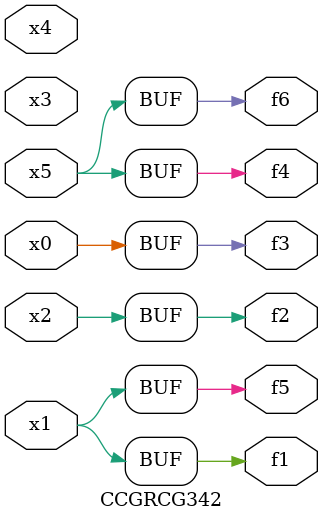
<source format=v>
module CCGRCG342(
	input x0, x1, x2, x3, x4, x5,
	output f1, f2, f3, f4, f5, f6
);
	assign f1 = x1;
	assign f2 = x2;
	assign f3 = x0;
	assign f4 = x5;
	assign f5 = x1;
	assign f6 = x5;
endmodule

</source>
